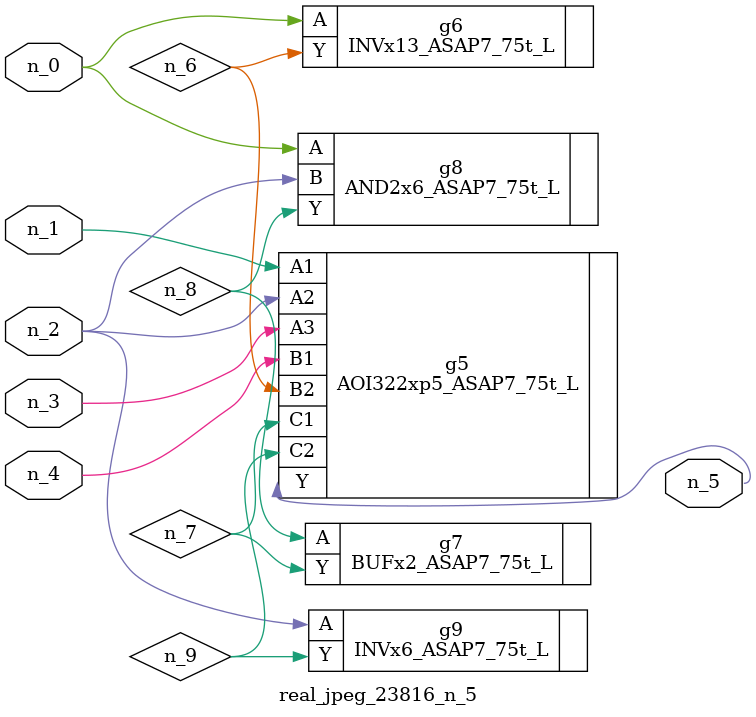
<source format=v>
module real_jpeg_23816_n_5 (n_4, n_0, n_1, n_2, n_3, n_5);

input n_4;
input n_0;
input n_1;
input n_2;
input n_3;

output n_5;

wire n_8;
wire n_6;
wire n_7;
wire n_9;

INVx13_ASAP7_75t_L g6 ( 
.A(n_0),
.Y(n_6)
);

AND2x6_ASAP7_75t_L g8 ( 
.A(n_0),
.B(n_2),
.Y(n_8)
);

AOI322xp5_ASAP7_75t_L g5 ( 
.A1(n_1),
.A2(n_2),
.A3(n_3),
.B1(n_4),
.B2(n_6),
.C1(n_7),
.C2(n_9),
.Y(n_5)
);

INVx6_ASAP7_75t_L g9 ( 
.A(n_2),
.Y(n_9)
);

BUFx2_ASAP7_75t_L g7 ( 
.A(n_8),
.Y(n_7)
);


endmodule
</source>
